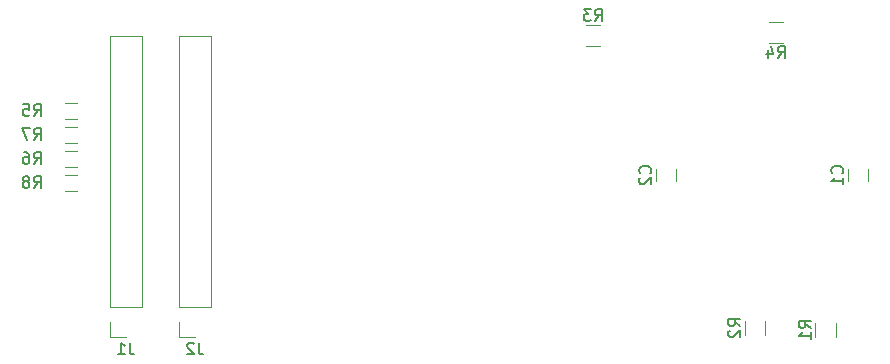
<source format=gbr>
G04 #@! TF.FileFunction,Legend,Bot*
%FSLAX46Y46*%
G04 Gerber Fmt 4.6, Leading zero omitted, Abs format (unit mm)*
G04 Created by KiCad (PCBNEW 4.0.7) date 05/31/18 22:49:15*
%MOMM*%
%LPD*%
G01*
G04 APERTURE LIST*
%ADD10C,0.100000*%
%ADD11C,0.120000*%
%ADD12C,0.150000*%
G04 APERTURE END LIST*
D10*
D11*
X178553000Y-103216000D02*
X178553000Y-102016000D01*
X176793000Y-102016000D02*
X176793000Y-103216000D01*
X172584000Y-103089000D02*
X172584000Y-101889000D01*
X170824000Y-101889000D02*
X170824000Y-103089000D01*
X117110200Y-100660200D02*
X117110200Y-77740200D01*
X117110200Y-77740200D02*
X119770200Y-77740200D01*
X119770200Y-77740200D02*
X119770200Y-100660200D01*
X119770200Y-100660200D02*
X117110200Y-100660200D01*
X117110200Y-101930200D02*
X117110200Y-103260200D01*
X117110200Y-103260200D02*
X118440200Y-103260200D01*
X122952200Y-100660200D02*
X122952200Y-77740200D01*
X122952200Y-77740200D02*
X125612200Y-77740200D01*
X125612200Y-77740200D02*
X125612200Y-100660200D01*
X125612200Y-100660200D02*
X122952200Y-100660200D01*
X122952200Y-101930200D02*
X122952200Y-103260200D01*
X122952200Y-103260200D02*
X124282200Y-103260200D01*
X179617000Y-90035000D02*
X179617000Y-89035000D01*
X181317000Y-89035000D02*
X181317000Y-90035000D01*
X163361000Y-90035000D02*
X163361000Y-89035000D01*
X165061000Y-89035000D02*
X165061000Y-90035000D01*
X157388000Y-78604000D02*
X158588000Y-78604000D01*
X158588000Y-76844000D02*
X157388000Y-76844000D01*
X174082000Y-76590000D02*
X172882000Y-76590000D01*
X172882000Y-78350000D02*
X174082000Y-78350000D01*
X113292000Y-84754000D02*
X114292000Y-84754000D01*
X114292000Y-83394000D02*
X113292000Y-83394000D01*
X113292000Y-88818000D02*
X114292000Y-88818000D01*
X114292000Y-87458000D02*
X113292000Y-87458000D01*
X113292000Y-86786000D02*
X114292000Y-86786000D01*
X114292000Y-85426000D02*
X113292000Y-85426000D01*
X113292000Y-90850000D02*
X114292000Y-90850000D01*
X114292000Y-89490000D02*
X113292000Y-89490000D01*
D12*
X176425381Y-102449334D02*
X175949190Y-102116000D01*
X176425381Y-101877905D02*
X175425381Y-101877905D01*
X175425381Y-102258858D01*
X175473000Y-102354096D01*
X175520619Y-102401715D01*
X175615857Y-102449334D01*
X175758714Y-102449334D01*
X175853952Y-102401715D01*
X175901571Y-102354096D01*
X175949190Y-102258858D01*
X175949190Y-101877905D01*
X176425381Y-103401715D02*
X176425381Y-102830286D01*
X176425381Y-103116000D02*
X175425381Y-103116000D01*
X175568238Y-103020762D01*
X175663476Y-102925524D01*
X175711095Y-102830286D01*
X170456381Y-102322334D02*
X169980190Y-101989000D01*
X170456381Y-101750905D02*
X169456381Y-101750905D01*
X169456381Y-102131858D01*
X169504000Y-102227096D01*
X169551619Y-102274715D01*
X169646857Y-102322334D01*
X169789714Y-102322334D01*
X169884952Y-102274715D01*
X169932571Y-102227096D01*
X169980190Y-102131858D01*
X169980190Y-101750905D01*
X169551619Y-102703286D02*
X169504000Y-102750905D01*
X169456381Y-102846143D01*
X169456381Y-103084239D01*
X169504000Y-103179477D01*
X169551619Y-103227096D01*
X169646857Y-103274715D01*
X169742095Y-103274715D01*
X169884952Y-103227096D01*
X170456381Y-102655667D01*
X170456381Y-103274715D01*
X118773533Y-103712581D02*
X118773533Y-104426867D01*
X118821153Y-104569724D01*
X118916391Y-104664962D01*
X119059248Y-104712581D01*
X119154486Y-104712581D01*
X117773533Y-104712581D02*
X118344962Y-104712581D01*
X118059248Y-104712581D02*
X118059248Y-103712581D01*
X118154486Y-103855438D01*
X118249724Y-103950676D01*
X118344962Y-103998295D01*
X124615533Y-103712581D02*
X124615533Y-104426867D01*
X124663153Y-104569724D01*
X124758391Y-104664962D01*
X124901248Y-104712581D01*
X124996486Y-104712581D01*
X124186962Y-103807819D02*
X124139343Y-103760200D01*
X124044105Y-103712581D01*
X123806009Y-103712581D01*
X123710771Y-103760200D01*
X123663152Y-103807819D01*
X123615533Y-103903057D01*
X123615533Y-103998295D01*
X123663152Y-104141152D01*
X124234581Y-104712581D01*
X123615533Y-104712581D01*
X179074143Y-89368334D02*
X179121762Y-89320715D01*
X179169381Y-89177858D01*
X179169381Y-89082620D01*
X179121762Y-88939762D01*
X179026524Y-88844524D01*
X178931286Y-88796905D01*
X178740810Y-88749286D01*
X178597952Y-88749286D01*
X178407476Y-88796905D01*
X178312238Y-88844524D01*
X178217000Y-88939762D01*
X178169381Y-89082620D01*
X178169381Y-89177858D01*
X178217000Y-89320715D01*
X178264619Y-89368334D01*
X179169381Y-90320715D02*
X179169381Y-89749286D01*
X179169381Y-90035000D02*
X178169381Y-90035000D01*
X178312238Y-89939762D01*
X178407476Y-89844524D01*
X178455095Y-89749286D01*
X162818143Y-89368334D02*
X162865762Y-89320715D01*
X162913381Y-89177858D01*
X162913381Y-89082620D01*
X162865762Y-88939762D01*
X162770524Y-88844524D01*
X162675286Y-88796905D01*
X162484810Y-88749286D01*
X162341952Y-88749286D01*
X162151476Y-88796905D01*
X162056238Y-88844524D01*
X161961000Y-88939762D01*
X161913381Y-89082620D01*
X161913381Y-89177858D01*
X161961000Y-89320715D01*
X162008619Y-89368334D01*
X162008619Y-89749286D02*
X161961000Y-89796905D01*
X161913381Y-89892143D01*
X161913381Y-90130239D01*
X161961000Y-90225477D01*
X162008619Y-90273096D01*
X162103857Y-90320715D01*
X162199095Y-90320715D01*
X162341952Y-90273096D01*
X162913381Y-89701667D01*
X162913381Y-90320715D01*
X158154666Y-76476381D02*
X158488000Y-76000190D01*
X158726095Y-76476381D02*
X158726095Y-75476381D01*
X158345142Y-75476381D01*
X158249904Y-75524000D01*
X158202285Y-75571619D01*
X158154666Y-75666857D01*
X158154666Y-75809714D01*
X158202285Y-75904952D01*
X158249904Y-75952571D01*
X158345142Y-76000190D01*
X158726095Y-76000190D01*
X157821333Y-75476381D02*
X157202285Y-75476381D01*
X157535619Y-75857333D01*
X157392761Y-75857333D01*
X157297523Y-75904952D01*
X157249904Y-75952571D01*
X157202285Y-76047810D01*
X157202285Y-76285905D01*
X157249904Y-76381143D01*
X157297523Y-76428762D01*
X157392761Y-76476381D01*
X157678476Y-76476381D01*
X157773714Y-76428762D01*
X157821333Y-76381143D01*
X173648666Y-79622381D02*
X173982000Y-79146190D01*
X174220095Y-79622381D02*
X174220095Y-78622381D01*
X173839142Y-78622381D01*
X173743904Y-78670000D01*
X173696285Y-78717619D01*
X173648666Y-78812857D01*
X173648666Y-78955714D01*
X173696285Y-79050952D01*
X173743904Y-79098571D01*
X173839142Y-79146190D01*
X174220095Y-79146190D01*
X172791523Y-78955714D02*
X172791523Y-79622381D01*
X173029619Y-78574762D02*
X173267714Y-79289048D01*
X172648666Y-79289048D01*
X110656666Y-84526381D02*
X110990000Y-84050190D01*
X111228095Y-84526381D02*
X111228095Y-83526381D01*
X110847142Y-83526381D01*
X110751904Y-83574000D01*
X110704285Y-83621619D01*
X110656666Y-83716857D01*
X110656666Y-83859714D01*
X110704285Y-83954952D01*
X110751904Y-84002571D01*
X110847142Y-84050190D01*
X111228095Y-84050190D01*
X109751904Y-83526381D02*
X110228095Y-83526381D01*
X110275714Y-84002571D01*
X110228095Y-83954952D01*
X110132857Y-83907333D01*
X109894761Y-83907333D01*
X109799523Y-83954952D01*
X109751904Y-84002571D01*
X109704285Y-84097810D01*
X109704285Y-84335905D01*
X109751904Y-84431143D01*
X109799523Y-84478762D01*
X109894761Y-84526381D01*
X110132857Y-84526381D01*
X110228095Y-84478762D01*
X110275714Y-84431143D01*
X110656666Y-88590381D02*
X110990000Y-88114190D01*
X111228095Y-88590381D02*
X111228095Y-87590381D01*
X110847142Y-87590381D01*
X110751904Y-87638000D01*
X110704285Y-87685619D01*
X110656666Y-87780857D01*
X110656666Y-87923714D01*
X110704285Y-88018952D01*
X110751904Y-88066571D01*
X110847142Y-88114190D01*
X111228095Y-88114190D01*
X109799523Y-87590381D02*
X109990000Y-87590381D01*
X110085238Y-87638000D01*
X110132857Y-87685619D01*
X110228095Y-87828476D01*
X110275714Y-88018952D01*
X110275714Y-88399905D01*
X110228095Y-88495143D01*
X110180476Y-88542762D01*
X110085238Y-88590381D01*
X109894761Y-88590381D01*
X109799523Y-88542762D01*
X109751904Y-88495143D01*
X109704285Y-88399905D01*
X109704285Y-88161810D01*
X109751904Y-88066571D01*
X109799523Y-88018952D01*
X109894761Y-87971333D01*
X110085238Y-87971333D01*
X110180476Y-88018952D01*
X110228095Y-88066571D01*
X110275714Y-88161810D01*
X110656666Y-86558381D02*
X110990000Y-86082190D01*
X111228095Y-86558381D02*
X111228095Y-85558381D01*
X110847142Y-85558381D01*
X110751904Y-85606000D01*
X110704285Y-85653619D01*
X110656666Y-85748857D01*
X110656666Y-85891714D01*
X110704285Y-85986952D01*
X110751904Y-86034571D01*
X110847142Y-86082190D01*
X111228095Y-86082190D01*
X110323333Y-85558381D02*
X109656666Y-85558381D01*
X110085238Y-86558381D01*
X110656666Y-90622381D02*
X110990000Y-90146190D01*
X111228095Y-90622381D02*
X111228095Y-89622381D01*
X110847142Y-89622381D01*
X110751904Y-89670000D01*
X110704285Y-89717619D01*
X110656666Y-89812857D01*
X110656666Y-89955714D01*
X110704285Y-90050952D01*
X110751904Y-90098571D01*
X110847142Y-90146190D01*
X111228095Y-90146190D01*
X110085238Y-90050952D02*
X110180476Y-90003333D01*
X110228095Y-89955714D01*
X110275714Y-89860476D01*
X110275714Y-89812857D01*
X110228095Y-89717619D01*
X110180476Y-89670000D01*
X110085238Y-89622381D01*
X109894761Y-89622381D01*
X109799523Y-89670000D01*
X109751904Y-89717619D01*
X109704285Y-89812857D01*
X109704285Y-89860476D01*
X109751904Y-89955714D01*
X109799523Y-90003333D01*
X109894761Y-90050952D01*
X110085238Y-90050952D01*
X110180476Y-90098571D01*
X110228095Y-90146190D01*
X110275714Y-90241429D01*
X110275714Y-90431905D01*
X110228095Y-90527143D01*
X110180476Y-90574762D01*
X110085238Y-90622381D01*
X109894761Y-90622381D01*
X109799523Y-90574762D01*
X109751904Y-90527143D01*
X109704285Y-90431905D01*
X109704285Y-90241429D01*
X109751904Y-90146190D01*
X109799523Y-90098571D01*
X109894761Y-90050952D01*
M02*

</source>
